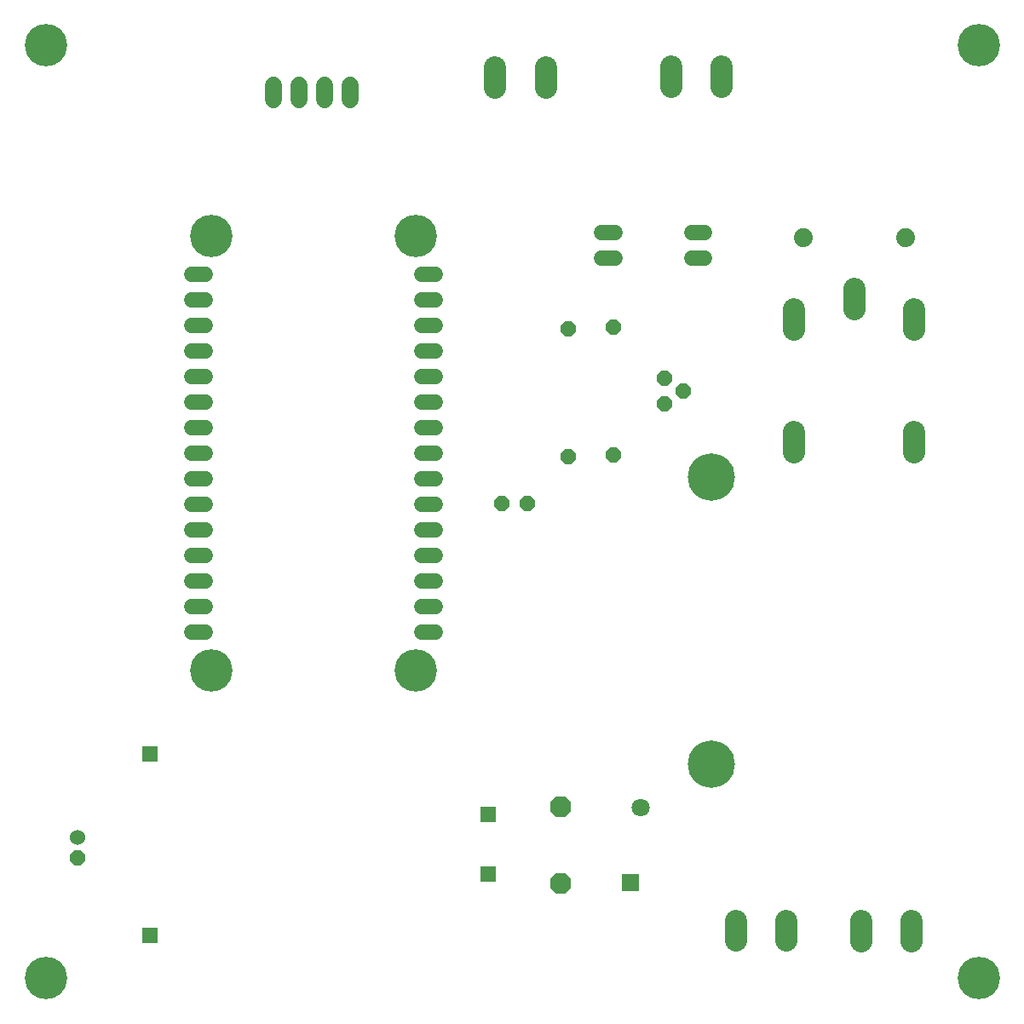
<source format=gbr>
G04 EAGLE Gerber RS-274X export*
G75*
%MOMM*%
%FSLAX34Y34*%
%LPD*%
%INSoldermask Top*%
%IPPOS*%
%AMOC8*
5,1,8,0,0,1.08239X$1,22.5*%
G01*
%ADD10P,1.649562X8X292.500000*%
%ADD11C,1.879600*%
%ADD12C,1.524000*%
%ADD13C,1.511200*%
%ADD14C,3.203200*%
%ADD15C,4.219200*%
%ADD16C,1.711200*%
%ADD17C,2.184400*%
%ADD18P,1.649562X8X112.500000*%
%ADD19P,1.649562X8X202.500000*%
%ADD20R,1.511200X1.511200*%
%ADD21R,1.803200X1.803200*%
%ADD22C,1.803200*%
%ADD23P,2.281895X8X112.500000*%
%ADD24C,1.524000*%
%ADD25C,4.703200*%


D10*
X652960Y608844D03*
X672010Y621544D03*
X652960Y634244D03*
D11*
X791002Y773944D03*
X892602Y773944D03*
D12*
X603877Y779257D02*
X590669Y779257D01*
X590669Y753857D02*
X603877Y753857D01*
X680077Y753857D02*
X693285Y753857D01*
X693285Y779257D02*
X680077Y779257D01*
D10*
X602160Y685044D03*
X602160Y558044D03*
D13*
X196470Y381979D02*
X183390Y381979D01*
X183390Y407379D02*
X196470Y407379D01*
X196470Y432779D02*
X183390Y432779D01*
X183390Y458179D02*
X196470Y458179D01*
X196470Y483579D02*
X183390Y483579D01*
X183390Y508979D02*
X196470Y508979D01*
X196470Y534379D02*
X183390Y534379D01*
X183390Y559779D02*
X196470Y559779D01*
X196470Y585179D02*
X183390Y585179D01*
X183390Y610579D02*
X196470Y610579D01*
X196470Y635979D02*
X183390Y635979D01*
X183390Y661379D02*
X196470Y661379D01*
X196470Y686779D02*
X183390Y686779D01*
X183390Y712179D02*
X196470Y712179D01*
X196470Y737579D02*
X183390Y737579D01*
X411990Y381979D02*
X425070Y381979D01*
X425070Y407379D02*
X411990Y407379D01*
X411990Y432779D02*
X425070Y432779D01*
X425070Y458179D02*
X411990Y458179D01*
X411990Y483579D02*
X425070Y483579D01*
X425070Y508979D02*
X411990Y508979D01*
X411990Y534379D02*
X425070Y534379D01*
X425070Y559779D02*
X411990Y559779D01*
X411990Y585179D02*
X425070Y585179D01*
X425070Y610579D02*
X411990Y610579D01*
X411990Y635979D02*
X425070Y635979D01*
X425070Y661379D02*
X411990Y661379D01*
X411990Y686779D02*
X425070Y686779D01*
X425070Y712179D02*
X411990Y712179D01*
X411990Y737579D02*
X425070Y737579D01*
D14*
X202630Y343879D03*
X202630Y775679D03*
X405830Y775679D03*
X405830Y343879D03*
D15*
X202630Y343879D03*
X405830Y343879D03*
X405830Y775679D03*
X202630Y775679D03*
D16*
X340693Y911086D02*
X340693Y926166D01*
X315293Y926166D02*
X315293Y911086D01*
X289893Y911086D02*
X289893Y926166D01*
X264493Y926166D02*
X264493Y911086D01*
D17*
X774228Y95208D02*
X774228Y75396D01*
X723936Y75396D02*
X723936Y95208D01*
X484872Y923431D02*
X484872Y943243D01*
X535164Y943243D02*
X535164Y923431D01*
X659862Y924207D02*
X659862Y944019D01*
X710154Y944019D02*
X710154Y924207D01*
X898950Y95038D02*
X898950Y75226D01*
X848658Y75226D02*
X848658Y95038D01*
D18*
X557301Y557001D03*
X557301Y684001D03*
D19*
X517090Y510050D03*
X491690Y510050D03*
D17*
X841802Y703292D02*
X841802Y723104D01*
X782112Y702784D02*
X782112Y682972D01*
X901492Y682972D02*
X901492Y702784D01*
X901492Y580864D02*
X901492Y561052D01*
X782112Y561052D02*
X782112Y580864D01*
D20*
X477856Y200803D03*
X477856Y141803D03*
X141856Y80803D03*
X141856Y260803D03*
D21*
X619442Y133003D03*
D22*
X629442Y208003D03*
D23*
X549995Y132403D03*
X549995Y208603D03*
D10*
X69510Y157722D03*
D24*
X69510Y178042D03*
D15*
X38100Y965200D03*
X965200Y965200D03*
X965200Y38100D03*
X38100Y38100D03*
D25*
X700000Y535999D03*
X700000Y250753D03*
M02*

</source>
